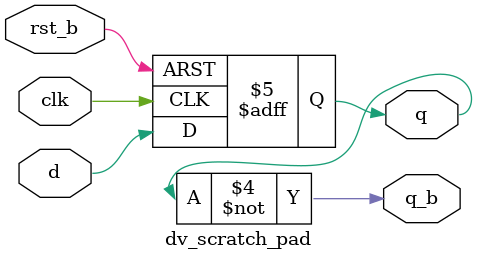
<source format=sv>
module dv_scratch_pad (
    input logic clk, rst_b, d,
    output logic q, q_b
);
    always @ (posedge clk, negedge rst_b)
    begin
        if (!rst_b) q <= 1'b0;
        else q <= d;
    end
    
    always_comb
    begin
        q_b = ~q;
    end
endmodule
</source>
